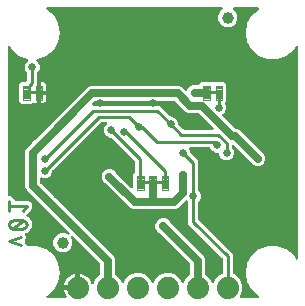
<source format=gbl>
G04 EAGLE Gerber RS-274X export*
G75*
%MOMM*%
%FSLAX34Y34*%
%LPD*%
%INBottom Copper*%
%IPPOS*%
%AMOC8*
5,1,8,0,0,1.08239X$1,22.5*%
G01*
%ADD10C,0.279400*%
%ADD11C,1.000000*%
%ADD12C,0.099059*%
%ADD13C,1.879600*%
%ADD14C,0.660400*%
%ADD15C,0.635000*%
%ADD16C,0.254000*%
%ADD17C,0.736600*%

G36*
X53115Y4078D02*
X53115Y4078D01*
X53207Y4081D01*
X53256Y4097D01*
X53306Y4105D01*
X53390Y4142D01*
X53477Y4171D01*
X53519Y4200D01*
X53565Y4221D01*
X53635Y4280D01*
X53711Y4332D01*
X53743Y4372D01*
X53782Y4404D01*
X53833Y4481D01*
X53892Y4552D01*
X53912Y4599D01*
X53940Y4641D01*
X53968Y4729D01*
X54004Y4813D01*
X54010Y4864D01*
X54026Y4912D01*
X54028Y5004D01*
X54039Y5095D01*
X54032Y5146D01*
X54033Y5196D01*
X54010Y5285D01*
X53995Y5376D01*
X53975Y5416D01*
X53961Y5471D01*
X53880Y5608D01*
X53846Y5677D01*
X53289Y6443D01*
X52436Y8117D01*
X51855Y9904D01*
X51734Y10669D01*
X62484Y10669D01*
X62542Y10677D01*
X62600Y10675D01*
X62682Y10697D01*
X62765Y10709D01*
X62819Y10733D01*
X62875Y10747D01*
X62948Y10790D01*
X63025Y10825D01*
X63069Y10863D01*
X63120Y10893D01*
X63177Y10954D01*
X63242Y11009D01*
X63274Y11057D01*
X63314Y11100D01*
X63353Y11175D01*
X63399Y11245D01*
X63417Y11301D01*
X63444Y11353D01*
X63455Y11421D01*
X63485Y11516D01*
X63488Y11616D01*
X63499Y11684D01*
X63499Y12701D01*
X64516Y12701D01*
X64574Y12709D01*
X64632Y12708D01*
X64714Y12729D01*
X64797Y12741D01*
X64851Y12765D01*
X64907Y12779D01*
X64980Y12822D01*
X65057Y12857D01*
X65102Y12895D01*
X65152Y12925D01*
X65210Y12986D01*
X65274Y13041D01*
X65306Y13089D01*
X65346Y13132D01*
X65385Y13207D01*
X65431Y13277D01*
X65449Y13333D01*
X65476Y13385D01*
X65487Y13453D01*
X65517Y13548D01*
X65520Y13648D01*
X65531Y13716D01*
X65531Y24466D01*
X66296Y24345D01*
X68083Y23764D01*
X69757Y22911D01*
X71278Y21806D01*
X72606Y20478D01*
X73711Y18957D01*
X74564Y17283D01*
X74928Y16163D01*
X74958Y16101D01*
X74979Y16035D01*
X75020Y15974D01*
X75053Y15908D01*
X75099Y15857D01*
X75138Y15799D01*
X75194Y15752D01*
X75243Y15697D01*
X75302Y15661D01*
X75355Y15616D01*
X75422Y15586D01*
X75485Y15547D01*
X75552Y15529D01*
X75615Y15501D01*
X75688Y15491D01*
X75759Y15471D01*
X75828Y15471D01*
X75897Y15462D01*
X75969Y15472D01*
X76043Y15473D01*
X76110Y15493D01*
X76178Y15502D01*
X76245Y15533D01*
X76316Y15554D01*
X76374Y15591D01*
X76437Y15620D01*
X76493Y15667D01*
X76555Y15707D01*
X76601Y15759D01*
X76653Y15804D01*
X76686Y15857D01*
X76743Y15921D01*
X76792Y16025D01*
X76831Y16089D01*
X78348Y19751D01*
X81849Y23252D01*
X82049Y23335D01*
X82051Y23336D01*
X82052Y23336D01*
X82170Y23406D01*
X82294Y23479D01*
X82295Y23480D01*
X82297Y23481D01*
X82390Y23581D01*
X82490Y23686D01*
X82490Y23687D01*
X82491Y23688D01*
X82554Y23810D01*
X82620Y23939D01*
X82620Y23940D01*
X82621Y23942D01*
X82623Y23956D01*
X82675Y24217D01*
X82672Y24248D01*
X82676Y24273D01*
X82676Y32562D01*
X82664Y32648D01*
X82661Y32736D01*
X82644Y32788D01*
X82636Y32843D01*
X82601Y32923D01*
X82574Y33006D01*
X82546Y33045D01*
X82520Y33102D01*
X82424Y33216D01*
X82379Y33279D01*
X59340Y56318D01*
X59272Y56370D01*
X59209Y56429D01*
X59159Y56455D01*
X59113Y56489D01*
X59033Y56519D01*
X58957Y56559D01*
X58901Y56570D01*
X58848Y56590D01*
X58762Y56597D01*
X58678Y56614D01*
X58621Y56609D01*
X58564Y56614D01*
X58480Y56597D01*
X58394Y56589D01*
X58341Y56569D01*
X58286Y56558D01*
X58209Y56518D01*
X58129Y56487D01*
X58084Y56453D01*
X58033Y56427D01*
X57971Y56368D01*
X57902Y56316D01*
X57868Y56270D01*
X57827Y56231D01*
X57784Y56157D01*
X57732Y56088D01*
X57712Y56035D01*
X57683Y55986D01*
X57662Y55902D01*
X57632Y55822D01*
X57627Y55765D01*
X57613Y55710D01*
X57616Y55624D01*
X57609Y55539D01*
X57620Y55490D01*
X57622Y55426D01*
X57667Y55288D01*
X57685Y55211D01*
X58849Y52401D01*
X58849Y49199D01*
X57623Y46241D01*
X55359Y43977D01*
X52401Y42751D01*
X49199Y42751D01*
X46241Y43977D01*
X43977Y46241D01*
X42751Y49199D01*
X42751Y52401D01*
X43977Y55359D01*
X46241Y57623D01*
X49199Y58849D01*
X52401Y58849D01*
X55211Y57685D01*
X55295Y57663D01*
X55375Y57633D01*
X55432Y57628D01*
X55487Y57614D01*
X55573Y57616D01*
X55658Y57609D01*
X55714Y57620D01*
X55771Y57622D01*
X55853Y57648D01*
X55937Y57665D01*
X55988Y57691D01*
X56042Y57708D01*
X56113Y57756D01*
X56189Y57796D01*
X56231Y57835D01*
X56278Y57867D01*
X56333Y57933D01*
X56395Y57992D01*
X56424Y58041D01*
X56461Y58084D01*
X56496Y58163D01*
X56539Y58237D01*
X56553Y58292D01*
X56576Y58344D01*
X56588Y58429D01*
X56609Y58512D01*
X56607Y58569D01*
X56615Y58626D01*
X56603Y58711D01*
X56600Y58797D01*
X56583Y58851D01*
X56575Y58907D01*
X56539Y58985D01*
X56513Y59067D01*
X56484Y59107D01*
X56457Y59166D01*
X56363Y59277D01*
X56318Y59340D01*
X20124Y95534D01*
X19176Y97822D01*
X19176Y128238D01*
X20124Y130526D01*
X22017Y132419D01*
X24826Y135228D01*
X24845Y135253D01*
X24868Y135273D01*
X24910Y135339D01*
X24997Y135455D01*
X25020Y135515D01*
X25046Y135557D01*
X25096Y135678D01*
X26882Y137464D01*
X27003Y137514D01*
X27029Y137529D01*
X27059Y137539D01*
X27123Y137584D01*
X27247Y137658D01*
X27292Y137705D01*
X27332Y137734D01*
X72039Y182441D01*
X74327Y183389D01*
X149193Y183389D01*
X151480Y182441D01*
X154739Y179182D01*
X154831Y179113D01*
X154919Y179039D01*
X154944Y179028D01*
X154966Y179012D01*
X155074Y178971D01*
X155179Y178924D01*
X155206Y178920D01*
X155232Y178910D01*
X155346Y178901D01*
X155460Y178885D01*
X155488Y178889D01*
X155515Y178887D01*
X155628Y178909D01*
X155742Y178926D01*
X155767Y178937D01*
X155794Y178943D01*
X155896Y178996D01*
X156001Y179043D01*
X156022Y179061D01*
X156046Y179074D01*
X156130Y179153D01*
X156217Y179227D01*
X156230Y179248D01*
X156253Y179269D01*
X156387Y179499D01*
X156395Y179512D01*
X157176Y181397D01*
X158963Y183184D01*
X161297Y184151D01*
X163823Y184151D01*
X163943Y184101D01*
X163973Y184093D01*
X164001Y184079D01*
X164078Y184066D01*
X164219Y184030D01*
X164283Y184032D01*
X164332Y184024D01*
X165227Y184024D01*
X165285Y184032D01*
X165343Y184030D01*
X165425Y184052D01*
X165509Y184064D01*
X165562Y184087D01*
X165618Y184102D01*
X165691Y184145D01*
X165768Y184180D01*
X165813Y184218D01*
X165863Y184247D01*
X165921Y184309D01*
X165985Y184363D01*
X166017Y184412D01*
X166057Y184455D01*
X166096Y184530D01*
X166143Y184600D01*
X166160Y184656D01*
X166187Y184708D01*
X166198Y184776D01*
X166228Y184871D01*
X166231Y184971D01*
X166242Y185039D01*
X166242Y185123D01*
X168318Y187199D01*
X176868Y187199D01*
X177082Y186984D01*
X177129Y186949D01*
X177169Y186907D01*
X177242Y186864D01*
X177309Y186813D01*
X177364Y186793D01*
X177414Y186763D01*
X177496Y186742D01*
X177575Y186712D01*
X177633Y186707D01*
X177690Y186693D01*
X177774Y186696D01*
X177858Y186689D01*
X177916Y186700D01*
X177974Y186702D01*
X178054Y186728D01*
X178137Y186745D01*
X178189Y186771D01*
X178245Y186789D01*
X178301Y186830D01*
X178389Y186876D01*
X178462Y186944D01*
X178518Y186984D01*
X178732Y187199D01*
X187282Y187199D01*
X189358Y185123D01*
X189358Y170477D01*
X188543Y169662D01*
X188542Y169661D01*
X188540Y169660D01*
X188452Y169542D01*
X188372Y169435D01*
X188371Y169434D01*
X188370Y169432D01*
X188320Y169299D01*
X188271Y169169D01*
X188270Y169168D01*
X188270Y169166D01*
X188258Y169022D01*
X188247Y168886D01*
X188247Y168885D01*
X188247Y168883D01*
X188251Y168867D01*
X188303Y168607D01*
X188317Y168580D01*
X188323Y168556D01*
X189231Y166363D01*
X189231Y163837D01*
X188264Y161503D01*
X186477Y159716D01*
X186388Y159679D01*
X186289Y159621D01*
X186187Y159568D01*
X186167Y159549D01*
X186143Y159535D01*
X186064Y159451D01*
X185981Y159372D01*
X185967Y159348D01*
X185948Y159328D01*
X185895Y159226D01*
X185837Y159127D01*
X185830Y159100D01*
X185818Y159075D01*
X185795Y158962D01*
X185767Y158851D01*
X185768Y158823D01*
X185763Y158796D01*
X185773Y158682D01*
X185776Y158567D01*
X185785Y158541D01*
X185787Y158513D01*
X185828Y158406D01*
X185864Y158297D01*
X185878Y158276D01*
X185889Y158248D01*
X186049Y158036D01*
X186059Y158023D01*
X196591Y147491D01*
X196660Y147439D01*
X196724Y147379D01*
X196774Y147353D01*
X196818Y147320D01*
X196899Y147289D01*
X196977Y147249D01*
X197025Y147241D01*
X197083Y147219D01*
X197231Y147207D01*
X197308Y147194D01*
X198088Y147194D01*
X200376Y146246D01*
X202269Y144353D01*
X219048Y127574D01*
X219073Y127555D01*
X219093Y127532D01*
X219159Y127490D01*
X219275Y127403D01*
X219335Y127380D01*
X219377Y127354D01*
X219498Y127304D01*
X221284Y125517D01*
X222251Y123183D01*
X222251Y120657D01*
X221284Y118323D01*
X219497Y116536D01*
X217163Y115569D01*
X214637Y115569D01*
X212303Y116536D01*
X210516Y118322D01*
X210466Y118443D01*
X210451Y118469D01*
X210441Y118499D01*
X210396Y118563D01*
X210322Y118687D01*
X210275Y118732D01*
X210246Y118772D01*
X195577Y133441D01*
X195554Y133459D01*
X195535Y133481D01*
X195440Y133544D01*
X195350Y133612D01*
X195323Y133622D01*
X195298Y133639D01*
X195190Y133673D01*
X195084Y133713D01*
X195055Y133716D01*
X195027Y133724D01*
X194914Y133727D01*
X194801Y133737D01*
X194772Y133731D01*
X194743Y133732D01*
X194633Y133703D01*
X194522Y133681D01*
X194496Y133667D01*
X194468Y133660D01*
X194371Y133602D01*
X194270Y133550D01*
X194249Y133530D01*
X194224Y133515D01*
X194146Y133432D01*
X194064Y133354D01*
X194049Y133329D01*
X194029Y133307D01*
X193977Y133207D01*
X193920Y133109D01*
X193913Y133080D01*
X193900Y133054D01*
X193887Y132977D01*
X193850Y132833D01*
X193852Y132771D01*
X193844Y132723D01*
X193844Y131788D01*
X193856Y131701D01*
X193859Y131614D01*
X193876Y131561D01*
X193884Y131506D01*
X193920Y131426D01*
X193947Y131343D01*
X193975Y131304D01*
X194000Y131247D01*
X194096Y131134D01*
X194142Y131070D01*
X194909Y130302D01*
X195876Y127968D01*
X195876Y125441D01*
X194909Y123107D01*
X193123Y121321D01*
X190789Y120354D01*
X188262Y120354D01*
X185928Y121321D01*
X184142Y123107D01*
X183175Y125441D01*
X183175Y125984D01*
X183166Y126042D01*
X183168Y126100D01*
X183147Y126182D01*
X183135Y126266D01*
X183111Y126319D01*
X183096Y126375D01*
X183053Y126448D01*
X183019Y126525D01*
X182981Y126570D01*
X182951Y126620D01*
X182889Y126678D01*
X182835Y126742D01*
X182786Y126774D01*
X182744Y126814D01*
X182669Y126853D01*
X182598Y126900D01*
X182542Y126917D01*
X182490Y126944D01*
X182422Y126955D01*
X182327Y126985D01*
X182227Y126988D01*
X182159Y126999D01*
X180347Y126999D01*
X178013Y127966D01*
X176226Y129753D01*
X175732Y130945D01*
X175732Y130946D01*
X175731Y130947D01*
X175661Y131066D01*
X175588Y131189D01*
X175587Y131190D01*
X175586Y131192D01*
X175482Y131289D01*
X175381Y131385D01*
X175380Y131385D01*
X175379Y131386D01*
X175253Y131451D01*
X175128Y131515D01*
X175127Y131515D01*
X175125Y131516D01*
X175111Y131518D01*
X174850Y131570D01*
X174819Y131567D01*
X174794Y131571D01*
X158900Y131571D01*
X158786Y131555D01*
X158672Y131545D01*
X158646Y131535D01*
X158618Y131531D01*
X158514Y131484D01*
X158406Y131443D01*
X158384Y131427D01*
X158359Y131415D01*
X158271Y131341D01*
X158180Y131272D01*
X158163Y131249D01*
X158142Y131232D01*
X158078Y131136D01*
X158010Y131044D01*
X158000Y131018D01*
X157984Y130995D01*
X157950Y130885D01*
X157909Y130778D01*
X157907Y130750D01*
X157899Y130724D01*
X157896Y130609D01*
X157887Y130495D01*
X157892Y130470D01*
X157891Y130440D01*
X157958Y130183D01*
X157962Y130167D01*
X158751Y128263D01*
X158751Y127177D01*
X158763Y127091D01*
X158766Y127003D01*
X158783Y126951D01*
X158791Y126896D01*
X158826Y126816D01*
X158853Y126733D01*
X158881Y126694D01*
X158907Y126637D01*
X159003Y126523D01*
X159048Y126460D01*
X165609Y119899D01*
X165609Y95253D01*
X165621Y95166D01*
X165624Y95079D01*
X165641Y95026D01*
X165649Y94972D01*
X165684Y94892D01*
X165711Y94809D01*
X165739Y94769D01*
X165765Y94712D01*
X165861Y94599D01*
X165906Y94535D01*
X166674Y93767D01*
X167641Y91433D01*
X167641Y88907D01*
X166674Y86573D01*
X165906Y85805D01*
X165854Y85735D01*
X165794Y85671D01*
X165768Y85622D01*
X165735Y85578D01*
X165704Y85496D01*
X165664Y85418D01*
X165656Y85370D01*
X165634Y85312D01*
X165622Y85164D01*
X165609Y85087D01*
X165609Y70789D01*
X165621Y70703D01*
X165624Y70615D01*
X165641Y70563D01*
X165649Y70508D01*
X165684Y70428D01*
X165711Y70345D01*
X165739Y70306D01*
X165765Y70249D01*
X165861Y70135D01*
X165906Y70072D01*
X194819Y41159D01*
X194819Y25062D01*
X194819Y25060D01*
X194819Y25059D01*
X194839Y24919D01*
X194859Y24780D01*
X194859Y24779D01*
X194859Y24777D01*
X194916Y24651D01*
X194975Y24521D01*
X194976Y24520D01*
X194977Y24518D01*
X195069Y24410D01*
X195158Y24304D01*
X195160Y24303D01*
X195161Y24302D01*
X195174Y24294D01*
X195395Y24146D01*
X195424Y24137D01*
X195445Y24124D01*
X197551Y23252D01*
X201052Y19751D01*
X202947Y15176D01*
X202947Y10224D01*
X200977Y5469D01*
X200948Y5357D01*
X200914Y5248D01*
X200913Y5220D01*
X200906Y5193D01*
X200909Y5079D01*
X200906Y4964D01*
X200913Y4937D01*
X200914Y4909D01*
X200949Y4800D01*
X200978Y4689D01*
X200992Y4665D01*
X201001Y4638D01*
X201065Y4543D01*
X201123Y4444D01*
X201144Y4425D01*
X201159Y4402D01*
X201247Y4328D01*
X201331Y4250D01*
X201355Y4237D01*
X201377Y4219D01*
X201481Y4173D01*
X201584Y4120D01*
X201608Y4116D01*
X201636Y4104D01*
X201900Y4067D01*
X201915Y4065D01*
X216067Y4065D01*
X216140Y4075D01*
X216214Y4075D01*
X216280Y4095D01*
X216349Y4105D01*
X216416Y4135D01*
X216486Y4155D01*
X216545Y4192D01*
X216608Y4221D01*
X216664Y4268D01*
X216726Y4308D01*
X216772Y4360D01*
X216825Y4404D01*
X216866Y4466D01*
X216915Y4521D01*
X216944Y4583D01*
X216983Y4641D01*
X217005Y4711D01*
X217036Y4778D01*
X217048Y4846D01*
X217068Y4912D01*
X217070Y4986D01*
X217082Y5058D01*
X217074Y5127D01*
X217076Y5196D01*
X217057Y5267D01*
X217048Y5341D01*
X217021Y5404D01*
X217004Y5471D01*
X216966Y5535D01*
X216938Y5602D01*
X216899Y5647D01*
X216859Y5716D01*
X216769Y5800D01*
X216720Y5858D01*
X211015Y10644D01*
X207029Y17549D01*
X205645Y25400D01*
X207029Y33251D01*
X211015Y40155D01*
X217122Y45280D01*
X224614Y48007D01*
X232586Y48007D01*
X240078Y45280D01*
X246185Y40156D01*
X248041Y36941D01*
X248053Y36926D01*
X248061Y36908D01*
X248140Y36814D01*
X248216Y36717D01*
X248232Y36706D01*
X248245Y36691D01*
X248347Y36622D01*
X248446Y36551D01*
X248465Y36544D01*
X248481Y36533D01*
X248599Y36496D01*
X248714Y36454D01*
X248734Y36453D01*
X248752Y36447D01*
X248875Y36444D01*
X248998Y36436D01*
X249017Y36441D01*
X249036Y36440D01*
X249155Y36471D01*
X249275Y36498D01*
X249293Y36507D01*
X249311Y36512D01*
X249417Y36574D01*
X249525Y36633D01*
X249539Y36647D01*
X249556Y36657D01*
X249640Y36747D01*
X249727Y36833D01*
X249737Y36850D01*
X249750Y36864D01*
X249806Y36974D01*
X249866Y37081D01*
X249871Y37100D01*
X249880Y37118D01*
X249892Y37190D01*
X249931Y37358D01*
X249929Y37409D01*
X249935Y37449D01*
X249935Y216551D01*
X249933Y216571D01*
X249935Y216590D01*
X249913Y216711D01*
X249895Y216833D01*
X249887Y216851D01*
X249884Y216870D01*
X249829Y216980D01*
X249779Y217092D01*
X249767Y217107D01*
X249758Y217125D01*
X249675Y217216D01*
X249596Y217309D01*
X249579Y217320D01*
X249566Y217335D01*
X249461Y217399D01*
X249359Y217467D01*
X249340Y217473D01*
X249324Y217483D01*
X249205Y217516D01*
X249088Y217553D01*
X249068Y217553D01*
X249049Y217558D01*
X248927Y217557D01*
X248804Y217560D01*
X248785Y217555D01*
X248765Y217555D01*
X248647Y217519D01*
X248529Y217488D01*
X248512Y217478D01*
X248493Y217472D01*
X248390Y217406D01*
X248284Y217343D01*
X248271Y217329D01*
X248254Y217318D01*
X248208Y217261D01*
X248090Y217136D01*
X248066Y217090D01*
X248041Y217059D01*
X246185Y213844D01*
X240078Y208720D01*
X232586Y205993D01*
X224614Y205993D01*
X217122Y208720D01*
X211015Y213844D01*
X207029Y220749D01*
X205645Y228600D01*
X207029Y236451D01*
X211015Y243355D01*
X216720Y248142D01*
X216769Y248197D01*
X216825Y248245D01*
X216864Y248302D01*
X216910Y248354D01*
X216942Y248420D01*
X216983Y248481D01*
X217004Y248547D01*
X217034Y248610D01*
X217046Y248682D01*
X217068Y248752D01*
X217070Y248821D01*
X217082Y248890D01*
X217074Y248963D01*
X217076Y249036D01*
X217058Y249103D01*
X217051Y249172D01*
X217023Y249240D01*
X217004Y249311D01*
X216969Y249371D01*
X216942Y249435D01*
X216896Y249493D01*
X216859Y249556D01*
X216808Y249603D01*
X216765Y249657D01*
X216705Y249700D01*
X216651Y249750D01*
X216590Y249782D01*
X216533Y249822D01*
X216464Y249846D01*
X216398Y249880D01*
X216340Y249890D01*
X216265Y249916D01*
X216143Y249923D01*
X216067Y249935D01*
X195698Y249935D01*
X195669Y249931D01*
X195640Y249934D01*
X195529Y249911D01*
X195417Y249895D01*
X195390Y249883D01*
X195361Y249878D01*
X195261Y249825D01*
X195157Y249779D01*
X195135Y249760D01*
X195109Y249747D01*
X195027Y249669D01*
X194940Y249596D01*
X194924Y249571D01*
X194903Y249551D01*
X194846Y249453D01*
X194783Y249359D01*
X194774Y249331D01*
X194759Y249306D01*
X194731Y249196D01*
X194697Y249088D01*
X194696Y249058D01*
X194689Y249030D01*
X194693Y248917D01*
X194690Y248804D01*
X194697Y248775D01*
X194698Y248746D01*
X194733Y248638D01*
X194762Y248529D01*
X194777Y248503D01*
X194786Y248475D01*
X194831Y248412D01*
X194907Y248284D01*
X194952Y248241D01*
X194980Y248202D01*
X197323Y245859D01*
X198549Y242901D01*
X198549Y239699D01*
X197323Y236741D01*
X195059Y234477D01*
X192101Y233251D01*
X188899Y233251D01*
X185941Y234477D01*
X183677Y236741D01*
X182451Y239699D01*
X182451Y242901D01*
X183677Y245859D01*
X186020Y248202D01*
X186037Y248226D01*
X186060Y248245D01*
X186122Y248339D01*
X186190Y248429D01*
X186201Y248457D01*
X186217Y248481D01*
X186251Y248589D01*
X186292Y248695D01*
X186294Y248724D01*
X186303Y248752D01*
X186306Y248866D01*
X186315Y248978D01*
X186309Y249007D01*
X186310Y249036D01*
X186282Y249146D01*
X186259Y249257D01*
X186246Y249283D01*
X186238Y249311D01*
X186181Y249409D01*
X186128Y249509D01*
X186108Y249531D01*
X186093Y249556D01*
X186011Y249633D01*
X185933Y249715D01*
X185907Y249730D01*
X185886Y249750D01*
X185785Y249802D01*
X185687Y249859D01*
X185659Y249866D01*
X185633Y249880D01*
X185555Y249893D01*
X185412Y249929D01*
X185349Y249927D01*
X185302Y249935D01*
X37933Y249935D01*
X37860Y249925D01*
X37786Y249925D01*
X37720Y249905D01*
X37651Y249895D01*
X37584Y249865D01*
X37514Y249845D01*
X37455Y249808D01*
X37392Y249779D01*
X37336Y249732D01*
X37274Y249692D01*
X37228Y249640D01*
X37175Y249596D01*
X37134Y249534D01*
X37085Y249479D01*
X37056Y249417D01*
X37017Y249359D01*
X36995Y249289D01*
X36964Y249222D01*
X36952Y249154D01*
X36932Y249088D01*
X36930Y249014D01*
X36918Y248942D01*
X36926Y248873D01*
X36924Y248804D01*
X36943Y248733D01*
X36952Y248659D01*
X36979Y248596D01*
X36996Y248529D01*
X37034Y248465D01*
X37062Y248398D01*
X37101Y248353D01*
X37141Y248284D01*
X37231Y248200D01*
X37280Y248142D01*
X42985Y243356D01*
X46971Y236451D01*
X48355Y228600D01*
X46971Y220749D01*
X42985Y213845D01*
X36878Y208720D01*
X29301Y205962D01*
X29239Y205953D01*
X29213Y205941D01*
X29184Y205936D01*
X29083Y205883D01*
X28980Y205837D01*
X28957Y205818D01*
X28931Y205805D01*
X28849Y205727D01*
X28763Y205654D01*
X28747Y205629D01*
X28725Y205609D01*
X28668Y205511D01*
X28605Y205417D01*
X28596Y205389D01*
X28582Y205364D01*
X28554Y205254D01*
X28519Y205146D01*
X28519Y205116D01*
X28511Y205088D01*
X28515Y204975D01*
X28512Y204862D01*
X28520Y204833D01*
X28521Y204804D01*
X28555Y204696D01*
X28584Y204587D01*
X28599Y204561D01*
X28608Y204533D01*
X28654Y204469D01*
X28729Y204342D01*
X28775Y204299D01*
X28803Y204260D01*
X30203Y202860D01*
X31169Y200526D01*
X31169Y198000D01*
X30203Y195666D01*
X29435Y194898D01*
X29382Y194828D01*
X29322Y194764D01*
X29297Y194715D01*
X29264Y194671D01*
X29233Y194589D01*
X29193Y194511D01*
X29185Y194463D01*
X29163Y194405D01*
X29150Y194257D01*
X29137Y194180D01*
X29137Y183801D01*
X29116Y183760D01*
X29083Y183716D01*
X29052Y183634D01*
X29012Y183556D01*
X29004Y183508D01*
X28982Y183450D01*
X28970Y183302D01*
X28957Y183225D01*
X28957Y179133D01*
X18415Y179133D01*
X18396Y179121D01*
X18374Y179117D01*
X18367Y179102D01*
X18358Y179096D01*
X18359Y179086D01*
X18352Y179070D01*
X18352Y176530D01*
X18364Y176511D01*
X18368Y176489D01*
X18383Y176482D01*
X18389Y176473D01*
X18399Y176474D01*
X18415Y176467D01*
X28957Y176467D01*
X28957Y168909D01*
X27401Y168909D01*
X26628Y169116D01*
X26386Y169256D01*
X26323Y169281D01*
X26264Y169316D01*
X26192Y169334D01*
X26123Y169362D01*
X26055Y169369D01*
X25989Y169386D01*
X25914Y169383D01*
X25840Y169391D01*
X25773Y169379D01*
X25705Y169377D01*
X25634Y169354D01*
X25560Y169341D01*
X25499Y169310D01*
X25434Y169289D01*
X25383Y169253D01*
X25305Y169214D01*
X25221Y169138D01*
X25161Y169094D01*
X24468Y168401D01*
X15918Y168401D01*
X13842Y170477D01*
X13842Y185123D01*
X15918Y187199D01*
X19485Y187199D01*
X19543Y187207D01*
X19601Y187205D01*
X19683Y187227D01*
X19766Y187239D01*
X19820Y187262D01*
X19876Y187277D01*
X19949Y187320D01*
X20026Y187355D01*
X20070Y187393D01*
X20121Y187422D01*
X20178Y187484D01*
X20243Y187538D01*
X20275Y187587D01*
X20315Y187630D01*
X20353Y187705D01*
X20400Y187775D01*
X20418Y187831D01*
X20444Y187883D01*
X20456Y187951D01*
X20486Y188046D01*
X20489Y188146D01*
X20500Y188214D01*
X20500Y194180D01*
X20488Y194267D01*
X20485Y194354D01*
X20468Y194407D01*
X20460Y194461D01*
X20424Y194541D01*
X20397Y194624D01*
X20369Y194664D01*
X20344Y194721D01*
X20248Y194834D01*
X20203Y194898D01*
X19435Y195666D01*
X18468Y198000D01*
X18468Y200526D01*
X19435Y202860D01*
X21133Y204559D01*
X21214Y204666D01*
X21299Y204776D01*
X21301Y204781D01*
X21304Y204786D01*
X21352Y204912D01*
X21403Y205041D01*
X21403Y205046D01*
X21405Y205051D01*
X21416Y205187D01*
X21429Y205324D01*
X21428Y205329D01*
X21429Y205335D01*
X21402Y205468D01*
X21376Y205603D01*
X21374Y205608D01*
X21373Y205613D01*
X21310Y205734D01*
X21248Y205857D01*
X21244Y205861D01*
X21242Y205866D01*
X21148Y205965D01*
X21054Y206065D01*
X21050Y206067D01*
X21046Y206072D01*
X20801Y206216D01*
X20779Y206221D01*
X20762Y206230D01*
X13922Y208720D01*
X7815Y213844D01*
X5959Y217059D01*
X5947Y217074D01*
X5939Y217092D01*
X5860Y217186D01*
X5784Y217283D01*
X5768Y217294D01*
X5755Y217309D01*
X5653Y217378D01*
X5554Y217449D01*
X5535Y217456D01*
X5519Y217467D01*
X5401Y217504D01*
X5286Y217546D01*
X5266Y217547D01*
X5248Y217553D01*
X5125Y217556D01*
X5002Y217564D01*
X4983Y217559D01*
X4964Y217560D01*
X4845Y217529D01*
X4725Y217502D01*
X4707Y217493D01*
X4689Y217488D01*
X4583Y217426D01*
X4475Y217367D01*
X4461Y217353D01*
X4444Y217343D01*
X4360Y217253D01*
X4273Y217167D01*
X4263Y217150D01*
X4250Y217136D01*
X4194Y217026D01*
X4134Y216919D01*
X4129Y216900D01*
X4120Y216882D01*
X4108Y216810D01*
X4069Y216642D01*
X4071Y216591D01*
X4065Y216551D01*
X4065Y91367D01*
X4073Y91311D01*
X4071Y91260D01*
X4072Y91259D01*
X4071Y91251D01*
X4093Y91169D01*
X4105Y91086D01*
X4128Y91032D01*
X4143Y90976D01*
X4186Y90903D01*
X4221Y90826D01*
X4259Y90782D01*
X4288Y90731D01*
X4350Y90674D01*
X4404Y90609D01*
X4453Y90577D01*
X4496Y90537D01*
X4571Y90498D01*
X4641Y90452D01*
X4697Y90434D01*
X4749Y90407D01*
X4817Y90396D01*
X4912Y90366D01*
X5012Y90363D01*
X5080Y90352D01*
X7049Y90352D01*
X9653Y87748D01*
X9653Y87204D01*
X9661Y87146D01*
X9659Y87088D01*
X9681Y87006D01*
X9693Y86923D01*
X9716Y86869D01*
X9731Y86813D01*
X9774Y86740D01*
X9809Y86663D01*
X9847Y86619D01*
X9876Y86569D01*
X9938Y86511D01*
X9992Y86446D01*
X10041Y86414D01*
X10084Y86374D01*
X10159Y86336D01*
X10229Y86289D01*
X10285Y86271D01*
X10337Y86245D01*
X10405Y86233D01*
X10500Y86203D01*
X10600Y86200D01*
X10668Y86189D01*
X19891Y86189D01*
X19954Y86198D01*
X20003Y86195D01*
X21540Y86366D01*
X21623Y86323D01*
X21719Y86267D01*
X21750Y86259D01*
X21778Y86245D01*
X21855Y86232D01*
X21994Y86196D01*
X22027Y86196D01*
X23123Y85101D01*
X23174Y85062D01*
X23206Y85026D01*
X24414Y84060D01*
X24443Y83971D01*
X24471Y83863D01*
X24487Y83836D01*
X24496Y83806D01*
X24542Y83742D01*
X24615Y83618D01*
X24639Y83595D01*
X24639Y82046D01*
X24648Y81983D01*
X24645Y81934D01*
X24816Y80396D01*
X24773Y80313D01*
X24716Y80217D01*
X24709Y80187D01*
X24694Y80159D01*
X24681Y80081D01*
X24645Y79942D01*
X24646Y79909D01*
X23550Y78814D01*
X23512Y78763D01*
X23476Y78730D01*
X20081Y74486D01*
X20035Y74408D01*
X19981Y74336D01*
X19963Y74287D01*
X19936Y74242D01*
X19913Y74154D01*
X19882Y74069D01*
X19878Y74017D01*
X19865Y73967D01*
X19867Y73876D01*
X19860Y73786D01*
X19871Y73735D01*
X19873Y73682D01*
X19900Y73596D01*
X19919Y73507D01*
X19943Y73461D01*
X19959Y73412D01*
X20009Y73336D01*
X20052Y73256D01*
X20088Y73219D01*
X20117Y73175D01*
X20186Y73117D01*
X20249Y73052D01*
X20289Y73030D01*
X20334Y72992D01*
X20476Y72929D01*
X20544Y72892D01*
X21835Y72449D01*
X24639Y68524D01*
X24639Y63700D01*
X21835Y59775D01*
X19872Y59102D01*
X19808Y59070D01*
X19757Y59054D01*
X19610Y58983D01*
X19499Y58908D01*
X19388Y58835D01*
X19382Y58829D01*
X19375Y58824D01*
X19288Y58720D01*
X19202Y58620D01*
X19198Y58612D01*
X19193Y58606D01*
X19139Y58483D01*
X19083Y58362D01*
X19082Y58353D01*
X19078Y58346D01*
X19060Y58213D01*
X19040Y58081D01*
X19041Y58073D01*
X19040Y58064D01*
X19082Y57783D01*
X19090Y57765D01*
X19092Y57749D01*
X19998Y55033D01*
X18730Y52498D01*
X18725Y52482D01*
X18715Y52468D01*
X18680Y52347D01*
X18640Y52229D01*
X18639Y52212D01*
X18634Y52195D01*
X18633Y52069D01*
X18628Y51944D01*
X18632Y51928D01*
X18632Y51911D01*
X18652Y51843D01*
X18695Y51668D01*
X18719Y51627D01*
X18730Y51590D01*
X20021Y49008D01*
X20018Y48990D01*
X20029Y48877D01*
X20034Y48763D01*
X20043Y48736D01*
X20046Y48707D01*
X20088Y48601D01*
X20124Y48494D01*
X20141Y48470D01*
X20152Y48443D01*
X20221Y48353D01*
X20286Y48260D01*
X20308Y48241D01*
X20326Y48218D01*
X20418Y48152D01*
X20506Y48080D01*
X20533Y48069D01*
X20556Y48051D01*
X20663Y48013D01*
X20767Y47968D01*
X20796Y47965D01*
X20824Y47955D01*
X20937Y47947D01*
X21049Y47933D01*
X21075Y47938D01*
X21107Y47936D01*
X21354Y47989D01*
X21379Y47994D01*
X21414Y48007D01*
X29386Y48007D01*
X36878Y45280D01*
X42985Y40156D01*
X46971Y33251D01*
X48355Y25400D01*
X46971Y17549D01*
X42985Y10645D01*
X37280Y5858D01*
X37231Y5803D01*
X37175Y5755D01*
X37136Y5698D01*
X37090Y5646D01*
X37058Y5580D01*
X37017Y5519D01*
X36996Y5453D01*
X36966Y5390D01*
X36954Y5318D01*
X36932Y5248D01*
X36930Y5179D01*
X36918Y5110D01*
X36926Y5037D01*
X36924Y4964D01*
X36942Y4897D01*
X36949Y4828D01*
X36977Y4760D01*
X36996Y4689D01*
X37031Y4629D01*
X37058Y4565D01*
X37104Y4507D01*
X37141Y4444D01*
X37192Y4397D01*
X37235Y4343D01*
X37295Y4300D01*
X37349Y4250D01*
X37410Y4218D01*
X37467Y4178D01*
X37536Y4154D01*
X37602Y4120D01*
X37660Y4110D01*
X37735Y4084D01*
X37857Y4077D01*
X37933Y4065D01*
X53024Y4065D01*
X53115Y4078D01*
G37*
G36*
X177915Y16218D02*
X177915Y16218D01*
X178028Y16228D01*
X178055Y16239D01*
X178084Y16243D01*
X178188Y16289D01*
X178293Y16330D01*
X178317Y16348D01*
X178344Y16360D01*
X178430Y16433D01*
X178520Y16502D01*
X178538Y16525D01*
X178560Y16544D01*
X178602Y16611D01*
X178690Y16729D01*
X178712Y16788D01*
X178738Y16829D01*
X179948Y19751D01*
X183449Y23252D01*
X185555Y24124D01*
X185556Y24125D01*
X185557Y24125D01*
X185676Y24195D01*
X185799Y24268D01*
X185800Y24269D01*
X185802Y24270D01*
X185899Y24374D01*
X185995Y24475D01*
X185995Y24476D01*
X185996Y24478D01*
X186061Y24603D01*
X186125Y24728D01*
X186125Y24729D01*
X186126Y24731D01*
X186128Y24746D01*
X186180Y25007D01*
X186177Y25037D01*
X186181Y25062D01*
X186181Y37161D01*
X186169Y37247D01*
X186166Y37335D01*
X186149Y37387D01*
X186141Y37442D01*
X186106Y37522D01*
X186079Y37605D01*
X186051Y37644D01*
X186025Y37701D01*
X185929Y37815D01*
X185884Y37878D01*
X156971Y66791D01*
X156971Y85087D01*
X156959Y85174D01*
X156956Y85261D01*
X156939Y85314D01*
X156931Y85368D01*
X156896Y85448D01*
X156869Y85531D01*
X156841Y85571D01*
X156815Y85628D01*
X156719Y85741D01*
X156674Y85805D01*
X156203Y86276D01*
X156156Y86311D01*
X156116Y86353D01*
X156043Y86396D01*
X155976Y86447D01*
X155921Y86467D01*
X155871Y86497D01*
X155789Y86518D01*
X155710Y86548D01*
X155652Y86553D01*
X155595Y86567D01*
X155511Y86564D01*
X155427Y86571D01*
X155370Y86560D01*
X155311Y86558D01*
X155231Y86532D01*
X155148Y86515D01*
X155096Y86488D01*
X155041Y86470D01*
X154984Y86430D01*
X154896Y86384D01*
X154823Y86316D01*
X154767Y86276D01*
X150199Y81707D01*
X148306Y79814D01*
X146018Y78866D01*
X110522Y78866D01*
X108235Y79814D01*
X87022Y101026D01*
X86997Y101045D01*
X86977Y101068D01*
X86911Y101110D01*
X86795Y101197D01*
X86735Y101220D01*
X86693Y101246D01*
X86572Y101296D01*
X84786Y103083D01*
X83819Y105417D01*
X83819Y107943D01*
X84786Y110277D01*
X86573Y112064D01*
X88907Y113031D01*
X91433Y113031D01*
X93767Y112064D01*
X95554Y110278D01*
X95604Y110157D01*
X95619Y110131D01*
X95629Y110101D01*
X95674Y110037D01*
X95748Y109913D01*
X95795Y109868D01*
X95824Y109828D01*
X108502Y97150D01*
X108526Y97132D01*
X108545Y97110D01*
X108639Y97047D01*
X108729Y96979D01*
X108757Y96968D01*
X108781Y96952D01*
X108889Y96918D01*
X108995Y96877D01*
X109024Y96875D01*
X109052Y96866D01*
X109166Y96863D01*
X109278Y96854D01*
X109307Y96860D01*
X109336Y96859D01*
X109446Y96887D01*
X109557Y96910D01*
X109583Y96923D01*
X109611Y96931D01*
X109709Y96989D01*
X109809Y97041D01*
X109831Y97061D01*
X109856Y97076D01*
X109933Y97158D01*
X110015Y97237D01*
X110030Y97262D01*
X110050Y97283D01*
X110102Y97384D01*
X110159Y97482D01*
X110166Y97510D01*
X110180Y97536D01*
X110193Y97614D01*
X110229Y97757D01*
X110227Y97820D01*
X110235Y97867D01*
X110235Y108923D01*
X111970Y110657D01*
X112022Y110727D01*
X112082Y110791D01*
X112108Y110840D01*
X112141Y110885D01*
X112172Y110966D01*
X112212Y111044D01*
X112220Y111092D01*
X112242Y111150D01*
X112254Y111298D01*
X112267Y111375D01*
X112267Y119203D01*
X112255Y119289D01*
X112252Y119377D01*
X112235Y119429D01*
X112227Y119484D01*
X112192Y119564D01*
X112165Y119647D01*
X112137Y119686D01*
X112111Y119743D01*
X112015Y119857D01*
X111970Y119920D01*
X92488Y139402D01*
X92419Y139454D01*
X92355Y139514D01*
X92305Y139540D01*
X92261Y139573D01*
X92180Y139604D01*
X92102Y139644D01*
X92054Y139652D01*
X91996Y139674D01*
X91848Y139686D01*
X91771Y139699D01*
X90685Y139699D01*
X88351Y140666D01*
X86564Y142453D01*
X85597Y144787D01*
X85597Y147313D01*
X86564Y149647D01*
X88345Y151428D01*
X88362Y151452D01*
X88385Y151471D01*
X88448Y151565D01*
X88516Y151655D01*
X88526Y151683D01*
X88542Y151707D01*
X88577Y151815D01*
X88617Y151921D01*
X88619Y151950D01*
X88628Y151978D01*
X88631Y152092D01*
X88641Y152204D01*
X88635Y152233D01*
X88636Y152262D01*
X88607Y152372D01*
X88585Y152483D01*
X88571Y152509D01*
X88564Y152537D01*
X88506Y152635D01*
X88454Y152735D01*
X88433Y152757D01*
X88418Y152782D01*
X88336Y152859D01*
X88258Y152941D01*
X88233Y152956D01*
X88211Y152976D01*
X88110Y153028D01*
X88013Y153085D01*
X87984Y153092D01*
X87958Y153106D01*
X87881Y153119D01*
X87737Y153155D01*
X87675Y153153D01*
X87627Y153161D01*
X83489Y153161D01*
X83403Y153149D01*
X83315Y153146D01*
X83263Y153129D01*
X83208Y153121D01*
X83128Y153086D01*
X83045Y153059D01*
X83006Y153031D01*
X82949Y153005D01*
X82835Y152909D01*
X82772Y152864D01*
X42208Y112300D01*
X42156Y112231D01*
X42096Y112167D01*
X42070Y112117D01*
X42037Y112073D01*
X42006Y111992D01*
X41966Y111914D01*
X41958Y111866D01*
X41936Y111808D01*
X41924Y111660D01*
X41911Y111583D01*
X41911Y110497D01*
X40944Y108163D01*
X39157Y106376D01*
X36823Y105409D01*
X34297Y105409D01*
X33028Y105935D01*
X32916Y105964D01*
X32807Y105998D01*
X32779Y105999D01*
X32752Y106006D01*
X32638Y106003D01*
X32523Y106006D01*
X32496Y105999D01*
X32468Y105998D01*
X32359Y105963D01*
X32248Y105934D01*
X32224Y105920D01*
X32197Y105911D01*
X32102Y105847D01*
X32003Y105789D01*
X31984Y105768D01*
X31961Y105753D01*
X31887Y105665D01*
X31809Y105581D01*
X31796Y105556D01*
X31778Y105535D01*
X31732Y105430D01*
X31679Y105328D01*
X31675Y105303D01*
X31663Y105276D01*
X31626Y105012D01*
X31624Y104997D01*
X31624Y102058D01*
X31636Y101972D01*
X31639Y101884D01*
X31656Y101832D01*
X31664Y101777D01*
X31699Y101697D01*
X31726Y101614D01*
X31754Y101575D01*
X31780Y101518D01*
X31876Y101404D01*
X31921Y101341D01*
X94176Y39086D01*
X95124Y36798D01*
X95124Y24273D01*
X95124Y24271D01*
X95124Y24269D01*
X95145Y24124D01*
X95164Y23991D01*
X95164Y23990D01*
X95164Y23988D01*
X95224Y23856D01*
X95280Y23732D01*
X95281Y23731D01*
X95282Y23729D01*
X95375Y23619D01*
X95463Y23515D01*
X95465Y23514D01*
X95466Y23513D01*
X95479Y23504D01*
X95700Y23357D01*
X95729Y23348D01*
X95751Y23335D01*
X95951Y23252D01*
X99452Y19751D01*
X100662Y16829D01*
X100677Y16804D01*
X100686Y16776D01*
X100749Y16681D01*
X100807Y16584D01*
X100828Y16564D01*
X100844Y16539D01*
X100931Y16467D01*
X101013Y16389D01*
X101039Y16375D01*
X101062Y16357D01*
X101165Y16311D01*
X101266Y16259D01*
X101295Y16253D01*
X101322Y16241D01*
X101434Y16225D01*
X101545Y16204D01*
X101574Y16206D01*
X101603Y16202D01*
X101715Y16218D01*
X101828Y16228D01*
X101855Y16239D01*
X101884Y16243D01*
X101988Y16289D01*
X102093Y16330D01*
X102117Y16348D01*
X102144Y16360D01*
X102230Y16433D01*
X102320Y16502D01*
X102338Y16525D01*
X102360Y16544D01*
X102402Y16611D01*
X102490Y16729D01*
X102512Y16788D01*
X102538Y16829D01*
X103748Y19751D01*
X107249Y23252D01*
X111824Y25147D01*
X116776Y25147D01*
X121351Y23252D01*
X124852Y19751D01*
X126062Y16829D01*
X126077Y16804D01*
X126086Y16776D01*
X126149Y16681D01*
X126207Y16584D01*
X126228Y16564D01*
X126244Y16539D01*
X126331Y16467D01*
X126413Y16389D01*
X126439Y16375D01*
X126462Y16357D01*
X126565Y16311D01*
X126666Y16259D01*
X126695Y16253D01*
X126722Y16241D01*
X126834Y16225D01*
X126945Y16204D01*
X126974Y16206D01*
X127003Y16202D01*
X127115Y16218D01*
X127228Y16228D01*
X127255Y16239D01*
X127284Y16243D01*
X127388Y16289D01*
X127493Y16330D01*
X127517Y16348D01*
X127544Y16360D01*
X127630Y16433D01*
X127720Y16502D01*
X127738Y16525D01*
X127760Y16544D01*
X127802Y16611D01*
X127890Y16729D01*
X127912Y16788D01*
X127938Y16829D01*
X129148Y19751D01*
X132649Y23252D01*
X137224Y25147D01*
X142176Y25147D01*
X146751Y23252D01*
X150252Y19751D01*
X151462Y16829D01*
X151477Y16804D01*
X151486Y16776D01*
X151549Y16681D01*
X151607Y16584D01*
X151628Y16564D01*
X151644Y16539D01*
X151731Y16467D01*
X151813Y16389D01*
X151839Y16375D01*
X151862Y16357D01*
X151965Y16311D01*
X152066Y16259D01*
X152095Y16253D01*
X152122Y16241D01*
X152234Y16225D01*
X152345Y16204D01*
X152374Y16206D01*
X152403Y16202D01*
X152515Y16218D01*
X152628Y16228D01*
X152655Y16239D01*
X152684Y16243D01*
X152788Y16289D01*
X152893Y16330D01*
X152917Y16348D01*
X152944Y16360D01*
X153030Y16433D01*
X153120Y16502D01*
X153138Y16525D01*
X153160Y16544D01*
X153202Y16611D01*
X153290Y16729D01*
X153312Y16788D01*
X153338Y16829D01*
X154548Y19751D01*
X158049Y23252D01*
X158249Y23335D01*
X158251Y23336D01*
X158252Y23336D01*
X158370Y23406D01*
X158494Y23479D01*
X158495Y23480D01*
X158497Y23481D01*
X158590Y23581D01*
X158690Y23686D01*
X158690Y23687D01*
X158691Y23688D01*
X158754Y23810D01*
X158820Y23939D01*
X158820Y23940D01*
X158821Y23942D01*
X158823Y23956D01*
X158875Y24217D01*
X158872Y24248D01*
X158876Y24273D01*
X158876Y32562D01*
X158864Y32648D01*
X158861Y32736D01*
X158844Y32788D01*
X158836Y32843D01*
X158801Y32923D01*
X158774Y33006D01*
X158746Y33045D01*
X158720Y33102D01*
X158624Y33216D01*
X158579Y33279D01*
X133446Y58412D01*
X133421Y58431D01*
X133401Y58454D01*
X133335Y58496D01*
X133219Y58583D01*
X133159Y58606D01*
X133117Y58632D01*
X132077Y59063D01*
X130183Y60957D01*
X129158Y63431D01*
X129158Y66109D01*
X130183Y68583D01*
X132077Y70477D01*
X134551Y71502D01*
X137229Y71502D01*
X139703Y70477D01*
X141597Y68583D01*
X142028Y67543D01*
X142043Y67517D01*
X142053Y67487D01*
X142098Y67423D01*
X142172Y67299D01*
X142219Y67254D01*
X142248Y67214D01*
X170376Y39086D01*
X171324Y36798D01*
X171324Y24273D01*
X171324Y24271D01*
X171324Y24269D01*
X171345Y24124D01*
X171364Y23991D01*
X171364Y23990D01*
X171364Y23988D01*
X171424Y23856D01*
X171480Y23732D01*
X171481Y23731D01*
X171482Y23729D01*
X171575Y23619D01*
X171663Y23515D01*
X171665Y23514D01*
X171666Y23513D01*
X171679Y23504D01*
X171900Y23357D01*
X171929Y23348D01*
X171951Y23335D01*
X172151Y23252D01*
X175652Y19751D01*
X176862Y16829D01*
X176877Y16804D01*
X176886Y16776D01*
X176949Y16681D01*
X177007Y16584D01*
X177028Y16564D01*
X177044Y16539D01*
X177131Y16467D01*
X177213Y16389D01*
X177239Y16375D01*
X177262Y16357D01*
X177365Y16311D01*
X177466Y16259D01*
X177495Y16253D01*
X177522Y16241D01*
X177634Y16225D01*
X177745Y16204D01*
X177774Y16206D01*
X177803Y16202D01*
X177915Y16218D01*
G37*
G36*
X177498Y146563D02*
X177498Y146563D01*
X177527Y146560D01*
X177638Y146583D01*
X177750Y146599D01*
X177777Y146611D01*
X177806Y146616D01*
X177906Y146668D01*
X178009Y146715D01*
X178032Y146734D01*
X178058Y146747D01*
X178140Y146825D01*
X178226Y146898D01*
X178243Y146923D01*
X178264Y146943D01*
X178321Y147041D01*
X178384Y147135D01*
X178393Y147163D01*
X178408Y147188D01*
X178436Y147298D01*
X178470Y147406D01*
X178471Y147436D01*
X178478Y147464D01*
X178474Y147577D01*
X178477Y147690D01*
X178470Y147719D01*
X178469Y147748D01*
X178434Y147856D01*
X178405Y147965D01*
X178390Y147991D01*
X178381Y148019D01*
X178336Y148082D01*
X178260Y148210D01*
X178214Y148253D01*
X178186Y148292D01*
X166629Y159849D01*
X166560Y159901D01*
X166496Y159961D01*
X166446Y159987D01*
X166402Y160020D01*
X166321Y160051D01*
X166243Y160091D01*
X166195Y160099D01*
X166137Y160121D01*
X165989Y160133D01*
X165912Y160146D01*
X157512Y160146D01*
X155224Y161094D01*
X145674Y170644D01*
X145605Y170696D01*
X145541Y170756D01*
X145491Y170782D01*
X145447Y170815D01*
X145366Y170846D01*
X145288Y170886D01*
X145240Y170894D01*
X145182Y170916D01*
X145034Y170928D01*
X144957Y170941D01*
X78563Y170941D01*
X78477Y170929D01*
X78389Y170926D01*
X78337Y170909D01*
X78282Y170901D01*
X78202Y170866D01*
X78119Y170839D01*
X78080Y170811D01*
X78023Y170785D01*
X77909Y170689D01*
X77846Y170644D01*
X75814Y168612D01*
X75796Y168588D01*
X75774Y168569D01*
X75711Y168475D01*
X75643Y168385D01*
X75632Y168357D01*
X75616Y168333D01*
X75582Y168225D01*
X75541Y168119D01*
X75539Y168090D01*
X75530Y168062D01*
X75527Y167948D01*
X75518Y167836D01*
X75524Y167807D01*
X75523Y167778D01*
X75551Y167668D01*
X75574Y167557D01*
X75587Y167531D01*
X75595Y167503D01*
X75653Y167405D01*
X75705Y167305D01*
X75725Y167283D01*
X75740Y167258D01*
X75822Y167181D01*
X75901Y167099D01*
X75926Y167084D01*
X75947Y167064D01*
X76048Y167012D01*
X76146Y166955D01*
X76174Y166948D01*
X76200Y166934D01*
X76278Y166921D01*
X76421Y166885D01*
X76484Y166887D01*
X76531Y166879D01*
X132599Y166879D01*
X141700Y157778D01*
X141769Y157726D01*
X141833Y157666D01*
X141883Y157640D01*
X141927Y157607D01*
X142008Y157576D01*
X142086Y157536D01*
X142134Y157528D01*
X142192Y157506D01*
X142340Y157494D01*
X142417Y157481D01*
X143503Y157481D01*
X145837Y156514D01*
X147624Y154727D01*
X148591Y152393D01*
X148591Y151307D01*
X148603Y151221D01*
X148606Y151133D01*
X148623Y151081D01*
X148631Y151026D01*
X148666Y150946D01*
X148693Y150863D01*
X148721Y150824D01*
X148747Y150767D01*
X148827Y150671D01*
X148846Y150640D01*
X148864Y150623D01*
X148888Y150590D01*
X152622Y146856D01*
X152691Y146804D01*
X152755Y146744D01*
X152805Y146718D01*
X152849Y146685D01*
X152930Y146654D01*
X153008Y146614D01*
X153056Y146606D01*
X153114Y146584D01*
X153262Y146572D01*
X153339Y146559D01*
X177469Y146559D01*
X177498Y146563D01*
G37*
%LPC*%
G36*
X51734Y14731D02*
X51734Y14731D01*
X51855Y15496D01*
X52436Y17283D01*
X53289Y18957D01*
X54394Y20478D01*
X55722Y21806D01*
X57243Y22911D01*
X58917Y23764D01*
X60704Y24345D01*
X61469Y24466D01*
X61469Y14731D01*
X51734Y14731D01*
G37*
%LPD*%
G36*
X139338Y100279D02*
X139338Y100279D01*
X139360Y100283D01*
X139367Y100298D01*
X139376Y100304D01*
X139375Y100314D01*
X139382Y100330D01*
X139382Y102870D01*
X139370Y102889D01*
X139366Y102911D01*
X139351Y102918D01*
X139345Y102927D01*
X139335Y102926D01*
X139319Y102933D01*
X114681Y102933D01*
X114662Y102921D01*
X114640Y102917D01*
X114633Y102902D01*
X114624Y102896D01*
X114625Y102886D01*
X114618Y102870D01*
X114618Y100330D01*
X114630Y100311D01*
X114634Y100289D01*
X114649Y100282D01*
X114655Y100273D01*
X114665Y100274D01*
X114681Y100267D01*
X139319Y100267D01*
X139338Y100279D01*
G37*
G36*
X184804Y176479D02*
X184804Y176479D01*
X184826Y176483D01*
X184833Y176498D01*
X184842Y176504D01*
X184841Y176514D01*
X184848Y176530D01*
X184848Y179070D01*
X184836Y179089D01*
X184832Y179111D01*
X184817Y179118D01*
X184811Y179127D01*
X184801Y179126D01*
X184785Y179133D01*
X170815Y179133D01*
X170796Y179121D01*
X170774Y179117D01*
X170767Y179102D01*
X170758Y179096D01*
X170759Y179086D01*
X170752Y179070D01*
X170752Y176530D01*
X170764Y176511D01*
X170768Y176489D01*
X170783Y176482D01*
X170789Y176473D01*
X170799Y176474D01*
X170815Y176467D01*
X184785Y176467D01*
X184804Y176479D01*
G37*
%LPC*%
G36*
X32257Y179450D02*
X32257Y179450D01*
X32257Y186691D01*
X33813Y186691D01*
X34586Y186484D01*
X35278Y186084D01*
X35843Y185519D01*
X36243Y184827D01*
X36450Y184054D01*
X36450Y179450D01*
X32257Y179450D01*
G37*
%LPD*%
%LPC*%
G36*
X32257Y168909D02*
X32257Y168909D01*
X32257Y176150D01*
X36450Y176150D01*
X36450Y171546D01*
X36243Y170773D01*
X35843Y170081D01*
X35278Y169516D01*
X34586Y169116D01*
X33813Y168909D01*
X32257Y168909D01*
G37*
%LPD*%
D10*
X15198Y48714D02*
X5207Y52044D01*
X15198Y55374D01*
X12700Y61949D02*
X12995Y61953D01*
X13289Y61963D01*
X13584Y61981D01*
X13878Y62005D01*
X14171Y62037D01*
X14463Y62075D01*
X14754Y62121D01*
X15044Y62174D01*
X15333Y62233D01*
X15620Y62299D01*
X15906Y62372D01*
X16190Y62452D01*
X16472Y62539D01*
X16751Y62632D01*
X17029Y62732D01*
X17303Y62839D01*
X17576Y62952D01*
X17845Y63072D01*
X18112Y63198D01*
X18215Y63236D01*
X18316Y63277D01*
X18415Y63321D01*
X18514Y63369D01*
X18610Y63420D01*
X18704Y63475D01*
X18797Y63533D01*
X18887Y63594D01*
X18975Y63659D01*
X19061Y63726D01*
X19144Y63797D01*
X19225Y63870D01*
X19303Y63946D01*
X19379Y64025D01*
X19451Y64107D01*
X19521Y64191D01*
X19587Y64278D01*
X19651Y64366D01*
X19711Y64457D01*
X19768Y64551D01*
X19822Y64646D01*
X19872Y64743D01*
X19919Y64841D01*
X19962Y64941D01*
X20002Y65043D01*
X20038Y65146D01*
X20070Y65250D01*
X20099Y65356D01*
X20124Y65462D01*
X20145Y65569D01*
X20162Y65677D01*
X20176Y65785D01*
X20185Y65894D01*
X20191Y66003D01*
X20193Y66112D01*
X20191Y66221D01*
X20185Y66330D01*
X20176Y66439D01*
X20162Y66547D01*
X20145Y66655D01*
X20124Y66762D01*
X20099Y66868D01*
X20070Y66974D01*
X20038Y67078D01*
X20002Y67181D01*
X19962Y67283D01*
X19919Y67383D01*
X19872Y67481D01*
X19822Y67578D01*
X19768Y67673D01*
X19711Y67767D01*
X19651Y67858D01*
X19587Y67946D01*
X19521Y68033D01*
X19451Y68117D01*
X19379Y68199D01*
X19303Y68278D01*
X19225Y68354D01*
X19144Y68427D01*
X19061Y68498D01*
X18975Y68565D01*
X18887Y68630D01*
X18797Y68691D01*
X18704Y68749D01*
X18610Y68804D01*
X18514Y68855D01*
X18415Y68903D01*
X18316Y68947D01*
X18215Y68988D01*
X18112Y69026D01*
X17845Y69152D01*
X17576Y69272D01*
X17303Y69385D01*
X17029Y69492D01*
X16751Y69592D01*
X16472Y69685D01*
X16190Y69772D01*
X15906Y69852D01*
X15620Y69925D01*
X15333Y69991D01*
X15044Y70050D01*
X14754Y70103D01*
X14463Y70149D01*
X14171Y70187D01*
X13878Y70219D01*
X13584Y70243D01*
X13289Y70261D01*
X12995Y70271D01*
X12700Y70275D01*
X12700Y61949D02*
X12405Y61953D01*
X12111Y61963D01*
X11816Y61981D01*
X11522Y62005D01*
X11229Y62037D01*
X10937Y62075D01*
X10646Y62121D01*
X10356Y62174D01*
X10067Y62233D01*
X9780Y62299D01*
X9494Y62372D01*
X9210Y62452D01*
X8928Y62539D01*
X8649Y62632D01*
X8371Y62732D01*
X8097Y62839D01*
X7824Y62952D01*
X7555Y63072D01*
X7288Y63198D01*
X7185Y63236D01*
X7084Y63277D01*
X6985Y63321D01*
X6886Y63369D01*
X6790Y63420D01*
X6696Y63475D01*
X6603Y63533D01*
X6513Y63594D01*
X6425Y63659D01*
X6339Y63726D01*
X6256Y63797D01*
X6175Y63870D01*
X6097Y63946D01*
X6021Y64025D01*
X5949Y64107D01*
X5879Y64191D01*
X5813Y64278D01*
X5749Y64366D01*
X5689Y64457D01*
X5632Y64551D01*
X5578Y64646D01*
X5528Y64743D01*
X5481Y64841D01*
X5438Y64941D01*
X5398Y65043D01*
X5362Y65146D01*
X5330Y65250D01*
X5301Y65356D01*
X5276Y65462D01*
X5255Y65569D01*
X5238Y65677D01*
X5224Y65785D01*
X5215Y65894D01*
X5209Y66003D01*
X5207Y66112D01*
X7288Y69026D02*
X7555Y69152D01*
X7824Y69272D01*
X8097Y69385D01*
X8371Y69492D01*
X8649Y69592D01*
X8928Y69685D01*
X9210Y69772D01*
X9494Y69852D01*
X9780Y69925D01*
X10067Y69991D01*
X10356Y70050D01*
X10646Y70103D01*
X10937Y70149D01*
X11229Y70187D01*
X11522Y70219D01*
X11816Y70243D01*
X12111Y70261D01*
X12405Y70271D01*
X12700Y70275D01*
X7288Y69026D02*
X7185Y68988D01*
X7084Y68947D01*
X6985Y68903D01*
X6886Y68855D01*
X6790Y68804D01*
X6696Y68749D01*
X6603Y68691D01*
X6513Y68630D01*
X6425Y68565D01*
X6339Y68498D01*
X6256Y68427D01*
X6175Y68354D01*
X6097Y68278D01*
X6021Y68199D01*
X5949Y68117D01*
X5879Y68033D01*
X5813Y67946D01*
X5749Y67858D01*
X5689Y67766D01*
X5632Y67673D01*
X5578Y67578D01*
X5528Y67481D01*
X5481Y67383D01*
X5438Y67283D01*
X5398Y67181D01*
X5362Y67078D01*
X5330Y66974D01*
X5301Y66868D01*
X5276Y66762D01*
X5255Y66655D01*
X5238Y66547D01*
X5224Y66439D01*
X5215Y66330D01*
X5209Y66221D01*
X5207Y66112D01*
X8537Y62782D02*
X16863Y69442D01*
X16863Y77581D02*
X20193Y81743D01*
X5207Y81743D01*
X5207Y77581D02*
X5207Y85906D01*
D11*
X50800Y50800D03*
X190500Y241300D03*
D12*
X140221Y107455D02*
X134607Y107455D01*
X140221Y107455D02*
X140221Y95745D01*
X134607Y95745D01*
X134607Y107455D01*
X134607Y96686D02*
X140221Y96686D01*
X140221Y97627D02*
X134607Y97627D01*
X134607Y98568D02*
X140221Y98568D01*
X140221Y99509D02*
X134607Y99509D01*
X134607Y100450D02*
X140221Y100450D01*
X140221Y101391D02*
X134607Y101391D01*
X134607Y102332D02*
X140221Y102332D01*
X140221Y103273D02*
X134607Y103273D01*
X134607Y104214D02*
X140221Y104214D01*
X140221Y105155D02*
X134607Y105155D01*
X134607Y106096D02*
X140221Y106096D01*
X140221Y107037D02*
X134607Y107037D01*
X129807Y107455D02*
X124193Y107455D01*
X129807Y107455D02*
X129807Y95745D01*
X124193Y95745D01*
X124193Y107455D01*
X124193Y96686D02*
X129807Y96686D01*
X129807Y97627D02*
X124193Y97627D01*
X124193Y98568D02*
X129807Y98568D01*
X129807Y99509D02*
X124193Y99509D01*
X124193Y100450D02*
X129807Y100450D01*
X129807Y101391D02*
X124193Y101391D01*
X124193Y102332D02*
X129807Y102332D01*
X129807Y103273D02*
X124193Y103273D01*
X124193Y104214D02*
X129807Y104214D01*
X129807Y105155D02*
X124193Y105155D01*
X124193Y106096D02*
X129807Y106096D01*
X129807Y107037D02*
X124193Y107037D01*
X119393Y107455D02*
X113779Y107455D01*
X119393Y107455D02*
X119393Y95745D01*
X113779Y95745D01*
X113779Y107455D01*
X113779Y96686D02*
X119393Y96686D01*
X119393Y97627D02*
X113779Y97627D01*
X113779Y98568D02*
X119393Y98568D01*
X119393Y99509D02*
X113779Y99509D01*
X113779Y100450D02*
X119393Y100450D01*
X119393Y101391D02*
X113779Y101391D01*
X113779Y102332D02*
X119393Y102332D01*
X119393Y103273D02*
X113779Y103273D01*
X113779Y104214D02*
X119393Y104214D01*
X119393Y105155D02*
X113779Y105155D01*
X113779Y106096D02*
X119393Y106096D01*
X119393Y107037D02*
X113779Y107037D01*
X180200Y183655D02*
X185814Y183655D01*
X185814Y171945D01*
X180200Y171945D01*
X180200Y183655D01*
X180200Y172886D02*
X185814Y172886D01*
X185814Y173827D02*
X180200Y173827D01*
X180200Y174768D02*
X185814Y174768D01*
X185814Y175709D02*
X180200Y175709D01*
X180200Y176650D02*
X185814Y176650D01*
X185814Y177591D02*
X180200Y177591D01*
X180200Y178532D02*
X185814Y178532D01*
X185814Y179473D02*
X180200Y179473D01*
X180200Y180414D02*
X185814Y180414D01*
X185814Y181355D02*
X180200Y181355D01*
X180200Y182296D02*
X185814Y182296D01*
X185814Y183237D02*
X180200Y183237D01*
X175400Y183655D02*
X169786Y183655D01*
X175400Y183655D02*
X175400Y171945D01*
X169786Y171945D01*
X169786Y183655D01*
X169786Y172886D02*
X175400Y172886D01*
X175400Y173827D02*
X169786Y173827D01*
X169786Y174768D02*
X175400Y174768D01*
X175400Y175709D02*
X169786Y175709D01*
X169786Y176650D02*
X175400Y176650D01*
X175400Y177591D02*
X169786Y177591D01*
X169786Y178532D02*
X175400Y178532D01*
X175400Y179473D02*
X169786Y179473D01*
X169786Y180414D02*
X175400Y180414D01*
X175400Y181355D02*
X169786Y181355D01*
X169786Y182296D02*
X175400Y182296D01*
X175400Y183237D02*
X169786Y183237D01*
X33414Y183655D02*
X27800Y183655D01*
X33414Y183655D02*
X33414Y171945D01*
X27800Y171945D01*
X27800Y183655D01*
X27800Y172886D02*
X33414Y172886D01*
X33414Y173827D02*
X27800Y173827D01*
X27800Y174768D02*
X33414Y174768D01*
X33414Y175709D02*
X27800Y175709D01*
X27800Y176650D02*
X33414Y176650D01*
X33414Y177591D02*
X27800Y177591D01*
X27800Y178532D02*
X33414Y178532D01*
X33414Y179473D02*
X27800Y179473D01*
X27800Y180414D02*
X33414Y180414D01*
X33414Y181355D02*
X27800Y181355D01*
X27800Y182296D02*
X33414Y182296D01*
X33414Y183237D02*
X27800Y183237D01*
X23000Y183655D02*
X17386Y183655D01*
X23000Y183655D02*
X23000Y171945D01*
X17386Y171945D01*
X17386Y183655D01*
X17386Y172886D02*
X23000Y172886D01*
X23000Y173827D02*
X17386Y173827D01*
X17386Y174768D02*
X23000Y174768D01*
X23000Y175709D02*
X17386Y175709D01*
X17386Y176650D02*
X23000Y176650D01*
X23000Y177591D02*
X17386Y177591D01*
X17386Y178532D02*
X23000Y178532D01*
X23000Y179473D02*
X17386Y179473D01*
X17386Y180414D02*
X23000Y180414D01*
X23000Y181355D02*
X17386Y181355D01*
X17386Y182296D02*
X23000Y182296D01*
X23000Y183237D02*
X17386Y183237D01*
D13*
X63500Y12700D03*
X88900Y12700D03*
X114300Y12700D03*
X139700Y12700D03*
X165100Y12700D03*
X190500Y12700D03*
D14*
X30480Y132080D03*
D15*
X25400Y127000D01*
X25400Y99060D01*
X88900Y35560D02*
X88900Y12700D01*
X88900Y35560D02*
X25400Y99060D01*
X168910Y166370D02*
X194310Y140970D01*
X196850Y140970D02*
X215900Y121920D01*
X196850Y140970D02*
X194310Y140970D01*
D14*
X215900Y121920D03*
D15*
X147955Y177165D02*
X75565Y177165D01*
X147955Y177165D02*
X158750Y166370D01*
X168910Y166370D01*
X75565Y177165D02*
X30480Y132080D01*
D14*
X45720Y91440D03*
X203200Y88900D03*
X190500Y203200D03*
X102870Y124460D03*
X63500Y203200D03*
X151130Y160020D03*
X152400Y185420D03*
X82550Y168910D03*
X228600Y63500D03*
X237490Y114300D03*
X127000Y168910D03*
X12700Y114300D03*
X152400Y63500D03*
X115570Y148590D03*
X35560Y111760D03*
D16*
X81280Y157480D01*
X106680Y157480D02*
X115570Y148590D01*
X106680Y157480D02*
X81280Y157480D01*
X115570Y148590D02*
X118110Y148590D01*
X130810Y135890D01*
X178429Y135890D01*
X180969Y133350D02*
X181610Y133350D01*
X180969Y133350D02*
X178429Y135890D01*
D14*
X181610Y133350D03*
X142240Y151130D03*
X35560Y121920D03*
D16*
X130810Y162560D02*
X142240Y151130D01*
X76200Y162560D02*
X35560Y121920D01*
X76200Y162560D02*
X130810Y162560D01*
X189525Y134954D02*
X189525Y126705D01*
D14*
X189525Y126705D03*
D16*
X182239Y142240D02*
X151130Y142240D01*
X142240Y151130D01*
X182239Y142240D02*
X189525Y134954D01*
D14*
X24819Y199263D03*
D16*
X24819Y185615D01*
X22289Y179896D02*
X20193Y177800D01*
X22289Y183085D02*
X24819Y185615D01*
X22289Y183085D02*
X22289Y179896D01*
X183007Y177800D02*
X183007Y165227D01*
X182880Y165100D01*
D14*
X182880Y165100D03*
X91948Y146050D03*
D16*
X116586Y121412D02*
X116586Y101600D01*
X116586Y121412D02*
X91948Y146050D01*
D14*
X102870Y144780D03*
D16*
X104140Y144780D02*
X137414Y111506D01*
X104140Y144780D02*
X102870Y144780D01*
X137414Y111506D02*
X137414Y101600D01*
D15*
X127000Y86360D02*
X125730Y85090D01*
X127000Y86360D02*
X127000Y101600D01*
D14*
X152400Y107950D03*
D15*
X152400Y92710D01*
X144780Y85090D02*
X125730Y85090D01*
X144780Y85090D02*
X152400Y92710D01*
D14*
X162560Y177800D03*
D15*
X172593Y177800D01*
D14*
X90170Y106680D03*
D15*
X111760Y85090D02*
X125730Y85090D01*
X111760Y85090D02*
X90170Y106680D01*
D14*
X161290Y90170D03*
D16*
X161290Y68580D01*
X190500Y39370D02*
X190500Y12700D01*
X190500Y39370D02*
X161290Y68580D01*
D14*
X152400Y127000D03*
D16*
X161290Y118110D01*
X161290Y90170D01*
D17*
X135890Y64770D03*
D15*
X165100Y35560D02*
X165100Y12700D01*
X165100Y35560D02*
X135890Y64770D01*
M02*

</source>
